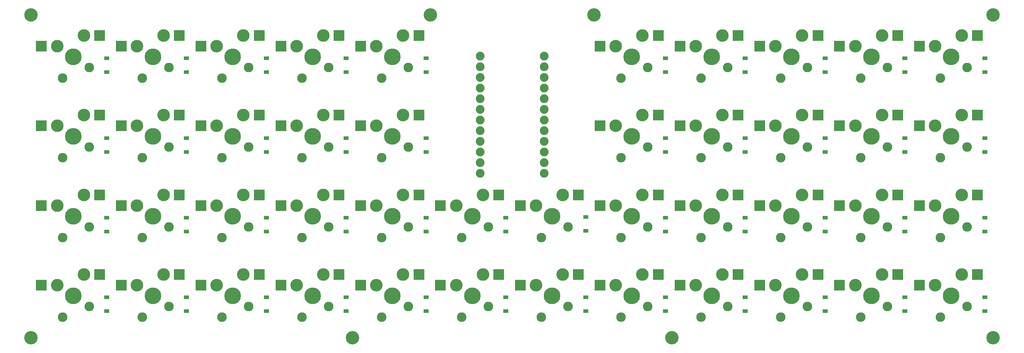
<source format=gbr>
%TF.GenerationSoftware,KiCad,Pcbnew,(5.99.0-8803-gb07c8110c8)*%
%TF.CreationDate,2021-05-08T13:19:11+01:00*%
%TF.ProjectId,Inflorescent,496e666c-6f72-4657-9363-656e742e6b69,rev?*%
%TF.SameCoordinates,PXf42400PY8954400*%
%TF.FileFunction,Soldermask,Bot*%
%TF.FilePolarity,Negative*%
%FSLAX46Y46*%
G04 Gerber Fmt 4.6, Leading zero omitted, Abs format (unit mm)*
G04 Created by KiCad (PCBNEW (5.99.0-8803-gb07c8110c8)) date 2021-05-08 13:19:11*
%MOMM*%
%LPD*%
G01*
G04 APERTURE LIST*
%ADD10C,3.000000*%
%ADD11C,3.987800*%
%ADD12R,2.550000X2.500000*%
%ADD13C,2.286000*%
%ADD14C,3.200000*%
%ADD15C,2.082800*%
%ADD16R,1.200000X0.900000*%
G04 APERTURE END LIST*
D10*
%TO.C,SW9*%
X162190000Y73540000D03*
D11*
X166000000Y71000000D03*
D10*
X168540000Y76080000D03*
D12*
X172290000Y76080000D03*
D13*
X163460000Y65920000D03*
X169810000Y68460000D03*
D12*
X158440000Y73540000D03*
%TD*%
D10*
%TO.C,SW11*%
X206540000Y76080000D03*
D11*
X204000000Y71000000D03*
D10*
X200190000Y73540000D03*
D13*
X201460000Y65920000D03*
D12*
X210290000Y76080000D03*
X196440000Y73540000D03*
D13*
X207810000Y68460000D03*
%TD*%
D10*
%TO.C,SW16*%
X67190000Y54540000D03*
D11*
X71000000Y52000000D03*
D10*
X73540000Y57080000D03*
D13*
X68460000Y46920000D03*
D12*
X77290000Y57080000D03*
X63440000Y54540000D03*
D13*
X74810000Y49460000D03*
%TD*%
D14*
%TO.C,H4*%
X4000000Y4000000D03*
%TD*%
D11*
%TO.C,SW23*%
X204000000Y52000000D03*
D10*
X206540000Y57080000D03*
X200190000Y54540000D03*
D12*
X210290000Y57080000D03*
D13*
X201460000Y46920000D03*
D12*
X196440000Y54540000D03*
D13*
X207810000Y49460000D03*
%TD*%
D10*
%TO.C,SW31*%
X130540000Y38080000D03*
X124190000Y35540000D03*
D11*
X128000000Y33000000D03*
D13*
X125460000Y27920000D03*
D12*
X134290000Y38080000D03*
X120440000Y35540000D03*
D13*
X131810000Y30460000D03*
%TD*%
D11*
%TO.C,SW26*%
X33000000Y33000000D03*
D10*
X29190000Y35540000D03*
X35540000Y38080000D03*
D12*
X39290000Y38080000D03*
D13*
X30460000Y27920000D03*
D12*
X25440000Y35540000D03*
D13*
X36810000Y30460000D03*
%TD*%
D11*
%TO.C,SW20*%
X147000000Y52000000D03*
D10*
X143190000Y54540000D03*
X149540000Y57080000D03*
D13*
X144460000Y46920000D03*
D12*
X153290000Y57080000D03*
X139440000Y54540000D03*
D13*
X150810000Y49460000D03*
%TD*%
D10*
%TO.C,SW22*%
X187540000Y57080000D03*
D11*
X185000000Y52000000D03*
D10*
X181190000Y54540000D03*
D12*
X191290000Y57080000D03*
D13*
X182460000Y46920000D03*
D12*
X177440000Y54540000D03*
D13*
X188810000Y49460000D03*
%TD*%
D11*
%TO.C,SW1*%
X14000000Y71000000D03*
D10*
X10190000Y73540000D03*
X16540000Y76080000D03*
D13*
X11460000Y65920000D03*
D12*
X20290000Y76080000D03*
X6440000Y73540000D03*
D13*
X17810000Y68460000D03*
%TD*%
D10*
%TO.C,SW43*%
X130540000Y19080000D03*
X124190000Y16540000D03*
D11*
X128000000Y14000000D03*
D12*
X134290000Y19080000D03*
D13*
X125460000Y8920000D03*
X131810000Y11460000D03*
D12*
X120440000Y16540000D03*
%TD*%
D14*
%TO.C,H1*%
X233000000Y4000000D03*
%TD*%
D11*
%TO.C,SW13*%
X14000000Y52000000D03*
D10*
X16540000Y57080000D03*
X10190000Y54540000D03*
D13*
X11460000Y46920000D03*
D12*
X20290000Y57080000D03*
D13*
X17810000Y49460000D03*
D12*
X6440000Y54540000D03*
%TD*%
D10*
%TO.C,SW32*%
X149540000Y38080000D03*
D11*
X147000000Y33000000D03*
D10*
X143190000Y35540000D03*
D12*
X153290000Y38080000D03*
D13*
X144460000Y27920000D03*
X150810000Y30460000D03*
D12*
X139440000Y35540000D03*
%TD*%
D11*
%TO.C,SW37*%
X14000000Y14000000D03*
D10*
X16540000Y19080000D03*
X10190000Y16540000D03*
D13*
X11460000Y8920000D03*
D12*
X20290000Y19080000D03*
X6440000Y16540000D03*
D13*
X17810000Y11460000D03*
%TD*%
D11*
%TO.C,SW25*%
X14000000Y33000000D03*
D10*
X16540000Y38080000D03*
X10190000Y35540000D03*
D13*
X11460000Y27920000D03*
D12*
X20290000Y38080000D03*
D13*
X17810000Y30460000D03*
D12*
X6440000Y35540000D03*
%TD*%
D10*
%TO.C,SW24*%
X219190000Y54540000D03*
D11*
X223000000Y52000000D03*
D10*
X225540000Y57080000D03*
D12*
X229290000Y57080000D03*
D13*
X220460000Y46920000D03*
D12*
X215440000Y54540000D03*
D13*
X226810000Y49460000D03*
%TD*%
D11*
%TO.C,SW34*%
X185000000Y33000000D03*
D10*
X187540000Y38080000D03*
X181190000Y35540000D03*
D13*
X182460000Y27920000D03*
D12*
X191290000Y38080000D03*
X177440000Y35540000D03*
D13*
X188810000Y30460000D03*
%TD*%
D14*
%TO.C,H2*%
X156500000Y4000000D03*
%TD*%
D10*
%TO.C,SW2*%
X35540000Y76080000D03*
X29190000Y73540000D03*
D11*
X33000000Y71000000D03*
D12*
X39290000Y76080000D03*
D13*
X30460000Y65920000D03*
X36810000Y68460000D03*
D12*
X25440000Y73540000D03*
%TD*%
D10*
%TO.C,SW46*%
X181190000Y16540000D03*
X187540000Y19080000D03*
D11*
X185000000Y14000000D03*
D13*
X182460000Y8920000D03*
D12*
X191290000Y19080000D03*
D13*
X188810000Y11460000D03*
D12*
X177440000Y16540000D03*
%TD*%
D10*
%TO.C,SW42*%
X111540000Y19080000D03*
D11*
X109000000Y14000000D03*
D10*
X105190000Y16540000D03*
D12*
X115290000Y19080000D03*
D13*
X106460000Y8920000D03*
D12*
X101440000Y16540000D03*
D13*
X112810000Y11460000D03*
%TD*%
D11*
%TO.C,SW15*%
X52000000Y52000000D03*
D10*
X54540000Y57080000D03*
X48190000Y54540000D03*
D13*
X49460000Y46920000D03*
D12*
X58290000Y57080000D03*
X44440000Y54540000D03*
D13*
X55810000Y49460000D03*
%TD*%
D10*
%TO.C,SW4*%
X73540000Y76080000D03*
X67190000Y73540000D03*
D11*
X71000000Y71000000D03*
D13*
X68460000Y65920000D03*
D12*
X77290000Y76080000D03*
X63440000Y73540000D03*
D13*
X74810000Y68460000D03*
%TD*%
D14*
%TO.C,H5*%
X233000000Y81000000D03*
%TD*%
D10*
%TO.C,SW12*%
X219190000Y73540000D03*
D11*
X223000000Y71000000D03*
D10*
X225540000Y76080000D03*
D12*
X229290000Y76080000D03*
D13*
X220460000Y65920000D03*
X226810000Y68460000D03*
D12*
X215440000Y73540000D03*
%TD*%
D10*
%TO.C,SW47*%
X200190000Y16540000D03*
D11*
X204000000Y14000000D03*
D10*
X206540000Y19080000D03*
D12*
X210290000Y19080000D03*
D13*
X201460000Y8920000D03*
D12*
X196440000Y16540000D03*
D13*
X207810000Y11460000D03*
%TD*%
D10*
%TO.C,SW33*%
X168540000Y38080000D03*
D11*
X166000000Y33000000D03*
D10*
X162190000Y35540000D03*
D12*
X172290000Y38080000D03*
D13*
X163460000Y27920000D03*
D12*
X158440000Y35540000D03*
D13*
X169810000Y30460000D03*
%TD*%
D10*
%TO.C,SW36*%
X219190000Y35540000D03*
D11*
X223000000Y33000000D03*
D10*
X225540000Y38080000D03*
D13*
X220460000Y27920000D03*
D12*
X229290000Y38080000D03*
X215440000Y35540000D03*
D13*
X226810000Y30460000D03*
%TD*%
D14*
%TO.C,H6*%
X138000000Y81000000D03*
%TD*%
D10*
%TO.C,SW29*%
X86190000Y35540000D03*
X92540000Y38080000D03*
D11*
X90000000Y33000000D03*
D13*
X87460000Y27920000D03*
D12*
X96290000Y38080000D03*
D13*
X93810000Y30460000D03*
D12*
X82440000Y35540000D03*
%TD*%
D14*
%TO.C,H3*%
X80500000Y4000000D03*
%TD*%
D10*
%TO.C,SW5*%
X92540000Y76080000D03*
X86190000Y73540000D03*
D11*
X90000000Y71000000D03*
D12*
X96290000Y76080000D03*
D13*
X87460000Y65920000D03*
D12*
X82440000Y73540000D03*
D13*
X93810000Y68460000D03*
%TD*%
D11*
%TO.C,SW44*%
X147000000Y14000000D03*
D10*
X143190000Y16540000D03*
X149540000Y19080000D03*
D13*
X144460000Y8920000D03*
D12*
X153290000Y19080000D03*
D13*
X150810000Y11460000D03*
D12*
X139440000Y16540000D03*
%TD*%
D14*
%TO.C,H7*%
X99000000Y81000000D03*
%TD*%
D10*
%TO.C,SW48*%
X225540000Y19080000D03*
X219190000Y16540000D03*
D11*
X223000000Y14000000D03*
D13*
X220460000Y8920000D03*
D12*
X229290000Y19080000D03*
D13*
X226810000Y11460000D03*
D12*
X215440000Y16540000D03*
%TD*%
D10*
%TO.C,SW21*%
X168540000Y57080000D03*
D11*
X166000000Y52000000D03*
D10*
X162190000Y54540000D03*
D13*
X163460000Y46920000D03*
D12*
X172290000Y57080000D03*
D13*
X169810000Y49460000D03*
D12*
X158440000Y54540000D03*
%TD*%
D10*
%TO.C,SW8*%
X143190000Y73540000D03*
X149540000Y76080000D03*
D11*
X147000000Y71000000D03*
D13*
X144460000Y65920000D03*
D12*
X153290000Y76080000D03*
X139440000Y73540000D03*
D13*
X150810000Y68460000D03*
%TD*%
D11*
%TO.C,SW28*%
X71000000Y33000000D03*
D10*
X67190000Y35540000D03*
X73540000Y38080000D03*
D13*
X68460000Y27920000D03*
D12*
X77290000Y38080000D03*
X63440000Y35540000D03*
D13*
X74810000Y30460000D03*
%TD*%
D10*
%TO.C,SW38*%
X29190000Y16540000D03*
D11*
X33000000Y14000000D03*
D10*
X35540000Y19080000D03*
D12*
X39290000Y19080000D03*
D13*
X30460000Y8920000D03*
X36810000Y11460000D03*
D12*
X25440000Y16540000D03*
%TD*%
D10*
%TO.C,SW3*%
X54540000Y76080000D03*
D11*
X52000000Y71000000D03*
D10*
X48190000Y73540000D03*
D13*
X49460000Y65920000D03*
D12*
X58290000Y76080000D03*
X44440000Y73540000D03*
D13*
X55810000Y68460000D03*
%TD*%
D10*
%TO.C,SW40*%
X67190000Y16540000D03*
D11*
X71000000Y14000000D03*
D10*
X73540000Y19080000D03*
D13*
X68460000Y8920000D03*
D12*
X77290000Y19080000D03*
D13*
X74810000Y11460000D03*
D12*
X63440000Y16540000D03*
%TD*%
D11*
%TO.C,SW27*%
X52000000Y33000000D03*
D10*
X54540000Y38080000D03*
X48190000Y35540000D03*
D13*
X49460000Y27920000D03*
D12*
X58290000Y38080000D03*
X44440000Y35540000D03*
D13*
X55810000Y30460000D03*
%TD*%
D11*
%TO.C,SW14*%
X33000000Y52000000D03*
D10*
X29190000Y54540000D03*
X35540000Y57080000D03*
D13*
X30460000Y46920000D03*
D12*
X39290000Y57080000D03*
D13*
X36810000Y49460000D03*
D12*
X25440000Y54540000D03*
%TD*%
D11*
%TO.C,SW30*%
X109000000Y33000000D03*
D10*
X105190000Y35540000D03*
X111540000Y38080000D03*
D13*
X106460000Y27920000D03*
D12*
X115290000Y38080000D03*
X101440000Y35540000D03*
D13*
X112810000Y30460000D03*
%TD*%
D14*
%TO.C,H8*%
X4000000Y81000000D03*
%TD*%
D11*
%TO.C,SW45*%
X166000000Y14000000D03*
D10*
X168540000Y19080000D03*
X162190000Y16540000D03*
D13*
X163460000Y8920000D03*
D12*
X172290000Y19080000D03*
X158440000Y16540000D03*
D13*
X169810000Y11460000D03*
%TD*%
D15*
%TO.C,U1*%
X110880000Y71200000D03*
X110880000Y68660000D03*
X110880000Y66120000D03*
X110880000Y63580000D03*
X110880000Y61040000D03*
X110880000Y58500000D03*
X110880000Y55960000D03*
X110880000Y53420000D03*
X110880000Y50880000D03*
X110880000Y48340000D03*
X110880000Y45800000D03*
X110880000Y43260000D03*
X126120000Y43260000D03*
X126120000Y45800000D03*
X126120000Y48340000D03*
X126120000Y50880000D03*
X126120000Y53420000D03*
X126120000Y55960000D03*
X126120000Y58500000D03*
X126120000Y61040000D03*
X126120000Y63580000D03*
X126120000Y66120000D03*
X126120000Y68660000D03*
X126120000Y71200000D03*
%TD*%
D10*
%TO.C,SW10*%
X187540000Y76080000D03*
X181190000Y73540000D03*
D11*
X185000000Y71000000D03*
D12*
X191290000Y76080000D03*
D13*
X182460000Y65920000D03*
X188810000Y68460000D03*
D12*
X177440000Y73540000D03*
%TD*%
D10*
%TO.C,SW39*%
X54540000Y19080000D03*
X48190000Y16540000D03*
D11*
X52000000Y14000000D03*
D13*
X49460000Y8920000D03*
D12*
X58290000Y19080000D03*
X44440000Y16540000D03*
D13*
X55810000Y11460000D03*
%TD*%
D11*
%TO.C,SW35*%
X204000000Y33000000D03*
D10*
X206540000Y38080000D03*
X200190000Y35540000D03*
D12*
X210290000Y38080000D03*
D13*
X201460000Y27920000D03*
X207810000Y30460000D03*
D12*
X196440000Y35540000D03*
%TD*%
D10*
%TO.C,SW17*%
X92540000Y57080000D03*
X86190000Y54540000D03*
D11*
X90000000Y52000000D03*
D13*
X87460000Y46920000D03*
D12*
X96290000Y57080000D03*
D13*
X93810000Y49460000D03*
D12*
X82440000Y54540000D03*
%TD*%
D10*
%TO.C,SW41*%
X86190000Y16540000D03*
X92540000Y19080000D03*
D11*
X90000000Y14000000D03*
D13*
X87460000Y8920000D03*
D12*
X96290000Y19080000D03*
D13*
X93810000Y11460000D03*
D12*
X82440000Y16540000D03*
%TD*%
D16*
%TO.C,D46*%
X193000000Y10350000D03*
X193000000Y13650000D03*
%TD*%
%TO.C,D32*%
X155000000Y29350000D03*
X155000000Y32650000D03*
%TD*%
%TO.C,D22*%
X193000000Y48350000D03*
X193000000Y51650000D03*
%TD*%
%TO.C,D37*%
X22000000Y10350000D03*
X22000000Y13650000D03*
%TD*%
%TO.C,D40*%
X79000000Y10350000D03*
X79000000Y13650000D03*
%TD*%
%TO.C,D3*%
X60000000Y67350000D03*
X60000000Y70650000D03*
%TD*%
%TO.C,D13*%
X22000000Y48350000D03*
X22000000Y51650000D03*
%TD*%
%TO.C,D31*%
X136000000Y29500000D03*
X136000000Y32800000D03*
%TD*%
%TO.C,D48*%
X231000000Y10350000D03*
X231000000Y13650000D03*
%TD*%
%TO.C,D8*%
X155000000Y67350000D03*
X155000000Y70650000D03*
%TD*%
%TO.C,D20*%
X155000000Y48350000D03*
X155000000Y51650000D03*
%TD*%
%TO.C,D21*%
X174000000Y48350000D03*
X174000000Y51650000D03*
%TD*%
%TO.C,D38*%
X41000000Y10350000D03*
X41000000Y13650000D03*
%TD*%
%TO.C,D33*%
X174000000Y29350000D03*
X174000000Y32650000D03*
%TD*%
%TO.C,D4*%
X79000000Y67350000D03*
X79000000Y70650000D03*
%TD*%
%TO.C,D41*%
X98000000Y10350000D03*
X98000000Y13650000D03*
%TD*%
%TO.C,D27*%
X60000000Y29350000D03*
X60000000Y32650000D03*
%TD*%
%TO.C,D15*%
X60000000Y48350000D03*
X60000000Y51650000D03*
%TD*%
%TO.C,D14*%
X41000000Y48350000D03*
X41000000Y51650000D03*
%TD*%
%TO.C,D26*%
X41000000Y29350000D03*
X41000000Y32650000D03*
%TD*%
%TO.C,D30*%
X117000000Y29350000D03*
X117000000Y32650000D03*
%TD*%
%TO.C,D36*%
X231000000Y29350000D03*
X231000000Y32650000D03*
%TD*%
%TO.C,D12*%
X231000000Y67350000D03*
X231000000Y70650000D03*
%TD*%
%TO.C,D1*%
X22000000Y67350000D03*
X22000000Y70650000D03*
%TD*%
%TO.C,D45*%
X174000000Y10350000D03*
X174000000Y13650000D03*
%TD*%
%TO.C,D16*%
X79000000Y48350000D03*
X79000000Y51650000D03*
%TD*%
%TO.C,D2*%
X41000000Y67350000D03*
X41000000Y70650000D03*
%TD*%
%TO.C,D43*%
X136000000Y10350000D03*
X136000000Y13650000D03*
%TD*%
%TO.C,D35*%
X212000000Y29350000D03*
X212000000Y32650000D03*
%TD*%
%TO.C,D11*%
X212000000Y67350000D03*
X212000000Y70650000D03*
%TD*%
%TO.C,D24*%
X231000000Y48350000D03*
X231000000Y51650000D03*
%TD*%
%TO.C,D28*%
X79000000Y29350000D03*
X79000000Y32650000D03*
%TD*%
%TO.C,D29*%
X98000000Y29350000D03*
X98000000Y32650000D03*
%TD*%
%TO.C,D9*%
X174000000Y67350000D03*
X174000000Y70650000D03*
%TD*%
%TO.C,D23*%
X212000000Y48350000D03*
X212000000Y51650000D03*
%TD*%
%TO.C,D17*%
X98000000Y48350000D03*
X98000000Y51650000D03*
%TD*%
%TO.C,D39*%
X60000000Y10350000D03*
X60000000Y13650000D03*
%TD*%
%TO.C,D25*%
X22000000Y29350000D03*
X22000000Y32650000D03*
%TD*%
%TO.C,D34*%
X193000000Y29350000D03*
X193000000Y32650000D03*
%TD*%
%TO.C,D10*%
X193000000Y67350000D03*
X193000000Y70650000D03*
%TD*%
%TO.C,D42*%
X117000000Y10350000D03*
X117000000Y13650000D03*
%TD*%
%TO.C,D5*%
X98000000Y67350000D03*
X98000000Y70650000D03*
%TD*%
%TO.C,D47*%
X212000000Y10350000D03*
X212000000Y13650000D03*
%TD*%
%TO.C,D44*%
X155000000Y10350000D03*
X155000000Y13650000D03*
%TD*%
M02*

</source>
